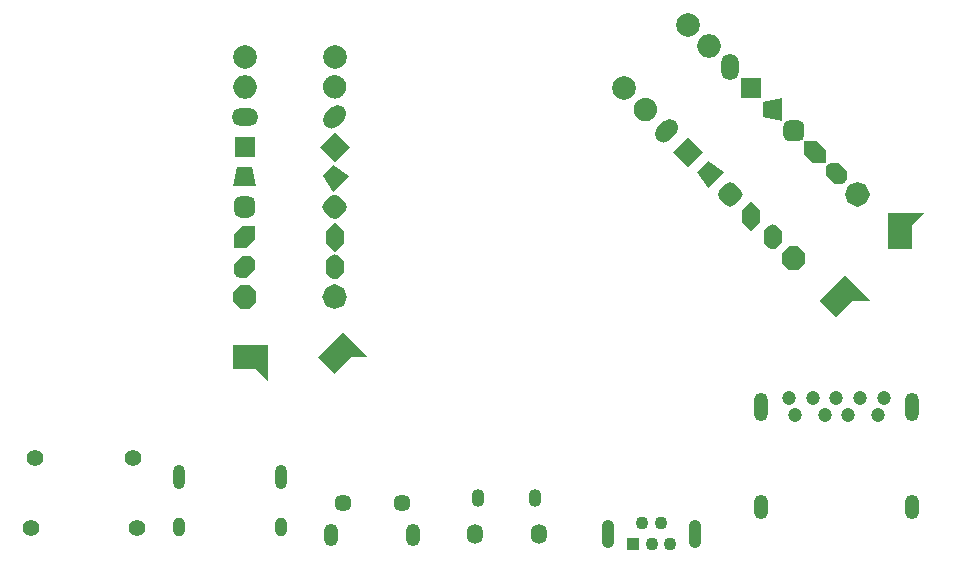
<source format=gbr>
%TF.GenerationSoftware,KiCad,Pcbnew,5.99.0-unknown-9424d66d22~106~ubuntu18.04.1*%
%TF.CreationDate,2021-01-09T19:59:22+08:00*%
%TF.ProjectId,Flashpads,466c6173-6870-4616-9473-2e6b69636164,rev?*%
%TF.SameCoordinates,Original*%
%TF.FileFunction,Copper,L2,Bot*%
%TF.FilePolarity,Positive*%
%FSLAX46Y46*%
G04 Gerber Fmt 4.6, Leading zero omitted, Abs format (unit mm)*
G04 Created by KiCad (PCBNEW 5.99.0-unknown-9424d66d22~106~ubuntu18.04.1) date 2021-01-09 19:59:22*
%MOMM*%
%LPD*%
G01*
G04 APERTURE LIST*
%TA.AperFunction,ComponentPad*%
%ADD10O,1.350000X1.700000*%
%TD*%
%TA.AperFunction,ComponentPad*%
%ADD11O,1.100000X1.500000*%
%TD*%
%TA.AperFunction,ComponentPad*%
%ADD12C,1.400000*%
%TD*%
%TA.AperFunction,ComponentPad*%
%ADD13O,1.100000X2.400000*%
%TD*%
%TA.AperFunction,ComponentPad*%
%ADD14C,1.100000*%
%TD*%
%TA.AperFunction,ComponentPad*%
%ADD15R,1.100000X1.100000*%
%TD*%
%TA.AperFunction,ComponentPad*%
%ADD16O,1.200000X2.100000*%
%TD*%
%TA.AperFunction,ComponentPad*%
%ADD17O,1.200000X2.400000*%
%TD*%
%TA.AperFunction,ComponentPad*%
%ADD18C,1.200000*%
%TD*%
%TA.AperFunction,ComponentPad*%
%ADD19O,1.000000X2.100000*%
%TD*%
%TA.AperFunction,ComponentPad*%
%ADD20O,1.000000X1.600000*%
%TD*%
%TA.AperFunction,ComponentPad*%
%ADD21O,1.200000X1.900000*%
%TD*%
%TA.AperFunction,ComponentPad*%
%ADD22C,1.450000*%
%TD*%
%TA.AperFunction,ComponentPad*%
%ADD23C,2.000000*%
%TD*%
%TA.AperFunction,ComponentPad*%
%ADD24R,1.800000X1.800000*%
%TD*%
%TA.AperFunction,ComponentPad*%
%ADD25O,1.500000X2.250000*%
%TD*%
%TA.AperFunction,ComponentPad*%
%ADD26O,2.000000X2.000000*%
%TD*%
%TA.AperFunction,ComponentPad*%
%ADD27O,2.250000X1.500000*%
%TD*%
G04 APERTURE END LIST*
D10*
%TO.P,REF\u002A\u002A,6*%
%TO.N,N/C*%
X65189000Y-66647000D03*
X59729000Y-66647000D03*
D11*
X64879000Y-63647000D03*
X60039000Y-63647000D03*
%TD*%
D12*
%TO.P,REF\u002A\u002A,S1*%
%TO.N,N/C*%
X22180000Y-66213000D03*
X31160000Y-66213000D03*
X30800000Y-60263000D03*
X22540000Y-60263000D03*
%TD*%
D13*
%TO.P,REF\u002A\u002A,6*%
%TO.N,N/C*%
X78364000Y-66661000D03*
X71064000Y-66661000D03*
D14*
%TO.P,REF\u002A\u002A,5*%
X76314000Y-67536000D03*
%TO.P,REF\u002A\u002A,4*%
X75514000Y-65786000D03*
%TO.P,REF\u002A\u002A,3*%
X74714000Y-67536000D03*
%TO.P,REF\u002A\u002A,2*%
X73914000Y-65786000D03*
D15*
%TO.P,REF\u002A\u002A,1*%
X73114000Y-67536000D03*
%TD*%
D16*
%TO.P,REF\u002A\u002A,10*%
%TO.N,N/C*%
X83968000Y-64392000D03*
X96768000Y-64392000D03*
D17*
X83968000Y-55892000D03*
X96768000Y-55892000D03*
D18*
%TO.P,REF\u002A\u002A,9*%
X86368000Y-55142000D03*
%TO.P,REF\u002A\u002A,8*%
X88368000Y-55142000D03*
%TO.P,REF\u002A\u002A,7*%
X90368000Y-55142000D03*
%TO.P,REF\u002A\u002A,6*%
X92368000Y-55142000D03*
%TO.P,REF\u002A\u002A,5*%
X94368000Y-55142000D03*
%TO.P,REF\u002A\u002A,4*%
X93868000Y-56642000D03*
%TO.P,REF\u002A\u002A,3*%
X91368000Y-56642000D03*
%TO.P,REF\u002A\u002A,2*%
X89368000Y-56642000D03*
%TO.P,REF\u002A\u002A,1*%
X86868000Y-56642000D03*
%TD*%
D19*
%TO.P,REF\u002A\u002A,S1*%
%TO.N,N/C*%
X43309000Y-61894000D03*
X34669000Y-61894000D03*
D20*
X34669000Y-66074000D03*
X43309000Y-66074000D03*
%TD*%
D21*
%TO.P,REF\u002A\u002A,6*%
%TO.N,N/C*%
X54554000Y-66769500D03*
X47554000Y-66769500D03*
D22*
X53554000Y-64069500D03*
X48554000Y-64069500D03*
%TD*%
D23*
%TO.P,U2,1*%
%TO.N,N/C*%
X72390000Y-28956000D03*
%TO.P,U2,2*%
%TA.AperFunction,ComponentPad*%
G36*
G01*
X73478944Y-31459158D02*
X73478944Y-31459158D01*
G75*
G02*
X73478944Y-30044944I707107J707107D01*
G01*
X73478944Y-30044944D01*
G75*
G02*
X74893158Y-30044944I707107J-707107D01*
G01*
X74893158Y-30044944D01*
G75*
G02*
X74893158Y-31459158I-707107J-707107D01*
G01*
X74893158Y-31459158D01*
G75*
G02*
X73478944Y-31459158I-707107J707107D01*
G01*
G37*
%TD.AperFunction*%
%TO.P,U2,3*%
%TA.AperFunction,ComponentPad*%
G36*
G01*
X75186607Y-33343597D02*
X75186607Y-33343597D01*
G75*
G02*
X75186607Y-32282937I530330J530330D01*
G01*
X75716937Y-31752607D01*
G75*
G02*
X76777597Y-31752607I530330J-530330D01*
G01*
X76777597Y-31752607D01*
G75*
G02*
X76777597Y-32813267I-530330J-530330D01*
G01*
X76247267Y-33343597D01*
G75*
G02*
X75186607Y-33343597I-530330J530330D01*
G01*
G37*
%TD.AperFunction*%
%TA.AperFunction,ComponentPad*%
%TO.P,U2,4*%
G36*
X77778154Y-35616946D02*
G01*
X76505362Y-34344154D01*
X77778154Y-33071362D01*
X79050946Y-34344154D01*
X77778154Y-35616946D01*
G37*
%TD.AperFunction*%
%TA.AperFunction,ComponentPad*%
%TO.P,U2,5*%
G36*
X79468139Y-37377642D02*
G01*
X80811642Y-36034139D01*
X79468139Y-35114900D01*
X78548900Y-36034139D01*
X79468139Y-37377642D01*
G37*
%TD.AperFunction*%
%TO.P,U2,6*%
%TA.AperFunction,ComponentPad*%
G36*
G01*
X80988418Y-38827211D02*
X80479301Y-38318094D01*
G75*
G02*
X80479301Y-37554418I381838J381838D01*
G01*
X80988418Y-37045301D01*
G75*
G02*
X81752094Y-37045301I381838J-381838D01*
G01*
X82261211Y-37554418D01*
G75*
G02*
X82261211Y-38318094I-381838J-381838D01*
G01*
X81752094Y-38827211D01*
G75*
G02*
X80988418Y-38827211I-381838J381838D01*
G01*
G37*
%TD.AperFunction*%
%TA.AperFunction,ComponentPad*%
%TO.P,U2,7*%
G36*
X83929982Y-40241423D02*
G01*
X83166307Y-41005099D01*
X82402632Y-40241423D01*
X82402632Y-39223191D01*
X83166307Y-38459515D01*
X83929982Y-39223191D01*
X83929982Y-40241423D01*
G37*
%TD.AperFunction*%
%TA.AperFunction,ComponentPad*%
%TO.P,U2,8*%
G36*
X85726034Y-42037475D02*
G01*
X85344196Y-42419313D01*
X85256464Y-42490357D01*
X85123840Y-42552765D01*
X84979321Y-42577209D01*
X84833552Y-42561888D01*
X84697272Y-42507931D01*
X84580522Y-42419313D01*
X84198684Y-42037475D01*
X84198684Y-41019243D01*
X84580522Y-40637405D01*
X84668254Y-40566361D01*
X84800878Y-40503953D01*
X84945397Y-40479509D01*
X85091166Y-40494830D01*
X85227446Y-40548787D01*
X85344196Y-40637405D01*
X85726034Y-41019243D01*
X85726034Y-42037475D01*
G37*
%TD.AperFunction*%
%TA.AperFunction,ComponentPad*%
%TO.P,U2,9*%
G36*
X86375441Y-42340647D02*
G01*
X87141378Y-42340646D01*
X87141379Y-42340647D01*
X87183805Y-42358220D01*
X87724671Y-42899086D01*
X87737097Y-42929086D01*
X87742245Y-42941513D01*
X87742244Y-43707308D01*
X87724671Y-43749734D01*
X87183734Y-44290671D01*
X87183730Y-44290672D01*
X87183729Y-44290674D01*
X87165271Y-44298318D01*
X87141308Y-44308244D01*
X87141306Y-44308243D01*
X87141301Y-44308245D01*
X86375436Y-44308173D01*
X86357076Y-44300566D01*
X86333015Y-44290600D01*
X85792221Y-43749804D01*
X85792220Y-43749804D01*
X85774647Y-43707379D01*
X85774646Y-42941442D01*
X85781926Y-42923868D01*
X85792220Y-42899015D01*
X86333015Y-42358220D01*
X86375441Y-42340647D01*
G37*
%TD.AperFunction*%
%TA.AperFunction,ComponentPad*%
%TO.P,U2,10*%
G36*
X91416312Y-37173968D02*
G01*
X92123946Y-36880856D01*
X92123947Y-36880856D01*
X92169867Y-36880856D01*
X92876543Y-37173570D01*
X92899504Y-37196532D01*
X92909015Y-37206043D01*
X93202072Y-37913546D01*
X93202072Y-37959467D01*
X92909320Y-38666235D01*
X92909316Y-38666238D01*
X92909316Y-38666240D01*
X92895188Y-38680366D01*
X92876848Y-38698706D01*
X92876845Y-38698706D01*
X92876842Y-38698709D01*
X92169246Y-38991728D01*
X92149373Y-38991726D01*
X92123331Y-38991726D01*
X91416748Y-38699049D01*
X91416747Y-38699049D01*
X91384276Y-38666578D01*
X91091164Y-37958944D01*
X91091164Y-37939922D01*
X91091164Y-37913023D01*
X91383840Y-37206439D01*
X91416312Y-37173968D01*
G37*
%TD.AperFunction*%
%TA.AperFunction,ComponentPad*%
%TO.P,U2,11*%
G36*
X91250512Y-35960206D02*
G01*
X91250512Y-36500205D01*
X91238712Y-36612477D01*
X91189062Y-36750385D01*
X91104155Y-36869860D01*
X90990247Y-36962102D01*
X90855728Y-37020313D01*
X90710511Y-37040205D01*
X90170512Y-37040205D01*
X89450512Y-36320204D01*
X89450512Y-35780205D01*
X89462312Y-35667933D01*
X89511962Y-35530025D01*
X89596869Y-35410550D01*
X89710777Y-35318308D01*
X89845296Y-35260097D01*
X89990513Y-35240205D01*
X90530512Y-35240205D01*
X91250512Y-35960206D01*
G37*
%TD.AperFunction*%
%TA.AperFunction,ComponentPad*%
%TO.P,U2,12*%
G36*
X89454461Y-34164155D02*
G01*
X89454461Y-35244154D01*
X88374461Y-35244154D01*
X87654461Y-34524153D01*
X87654461Y-33444154D01*
X88734461Y-33444154D01*
X89454461Y-34164155D01*
G37*
%TD.AperFunction*%
%TO.P,U2,13*%
%TA.AperFunction,ComponentPad*%
G36*
G01*
X87118410Y-33448102D02*
X86398410Y-33448102D01*
G75*
G02*
X85858410Y-32908102I0J540000D01*
G01*
X85858410Y-32188102D01*
G75*
G02*
X86398410Y-31648102I540000J0D01*
G01*
X87118410Y-31648102D01*
G75*
G02*
X87658410Y-32188102I0J-540000D01*
G01*
X87658410Y-32908102D01*
G75*
G02*
X87118410Y-33448102I-540000J0D01*
G01*
G37*
%TD.AperFunction*%
%TA.AperFunction,ComponentPad*%
%TO.P,U2,14*%
G36*
X85762359Y-31702051D02*
G01*
X85762359Y-29802051D01*
X84162359Y-30102051D01*
X84162359Y-31402051D01*
X85762359Y-31702051D01*
G37*
%TD.AperFunction*%
D24*
%TO.P,U2,15*%
X83166307Y-28956000D03*
D25*
%TO.P,U2,16*%
X81370256Y-27159949D03*
D26*
%TO.P,U2,17*%
X79574205Y-25363898D03*
D23*
%TO.P,U2,18*%
X77778154Y-23567846D03*
%TA.AperFunction,ComponentPad*%
%TO.P,U2,19*%
G36*
X93178939Y-46916512D02*
G01*
X91764725Y-46916512D01*
X90350512Y-48330725D01*
X88936299Y-46916512D01*
X91057618Y-44795192D01*
X93178939Y-46916512D01*
G37*
%TD.AperFunction*%
%TA.AperFunction,ComponentPad*%
%TO.P,U2,20*%
G36*
X97738666Y-39528360D02*
G01*
X96738666Y-40528360D01*
X96738665Y-42528359D01*
X94738666Y-42528358D01*
X94738667Y-39528359D01*
X97738666Y-39528360D01*
G37*
%TD.AperFunction*%
%TD*%
%TA.AperFunction,ComponentPad*%
%TO.P,U1,20*%
%TO.N,N/C*%
G36*
X50707427Y-51689000D02*
G01*
X49293213Y-51689000D01*
X47879000Y-53103213D01*
X46464787Y-51689000D01*
X48586106Y-49567680D01*
X50707427Y-51689000D01*
G37*
%TD.AperFunction*%
%TA.AperFunction,ComponentPad*%
%TO.P,U1,19*%
G36*
X42259000Y-53689000D02*
G01*
X41259000Y-52689000D01*
X39259000Y-52689000D01*
X39259000Y-50689000D01*
X42259000Y-50689000D01*
X42259000Y-53689000D01*
G37*
%TD.AperFunction*%
%TO.P,U1,18*%
X47879000Y-26289000D03*
%TO.P,U1,17*%
%TA.AperFunction,ComponentPad*%
G36*
G01*
X47171893Y-29536107D02*
X47171893Y-29536107D01*
G75*
G02*
X47171893Y-28121893I707107J707107D01*
G01*
X47171893Y-28121893D01*
G75*
G02*
X48586107Y-28121893I707107J-707107D01*
G01*
X48586107Y-28121893D01*
G75*
G02*
X48586107Y-29536107I-707107J-707107D01*
G01*
X48586107Y-29536107D01*
G75*
G02*
X47171893Y-29536107I-707107J707107D01*
G01*
G37*
%TD.AperFunction*%
%TO.P,U1,16*%
%TA.AperFunction,ComponentPad*%
G36*
G01*
X47083505Y-32164495D02*
X47083505Y-32164495D01*
G75*
G02*
X47083505Y-31103835I530330J530330D01*
G01*
X47613835Y-30573505D01*
G75*
G02*
X48674495Y-30573505I530330J-530330D01*
G01*
X48674495Y-30573505D01*
G75*
G02*
X48674495Y-31634165I-530330J-530330D01*
G01*
X48144165Y-32164495D01*
G75*
G02*
X47083505Y-32164495I-530330J530330D01*
G01*
G37*
%TD.AperFunction*%
%TA.AperFunction,ComponentPad*%
%TO.P,U1,15*%
G36*
X47879000Y-35181792D02*
G01*
X46606208Y-33909000D01*
X47879000Y-32636208D01*
X49151792Y-33909000D01*
X47879000Y-35181792D01*
G37*
%TD.AperFunction*%
%TA.AperFunction,ComponentPad*%
%TO.P,U1,14*%
G36*
X47772934Y-37686437D02*
G01*
X49116437Y-36342934D01*
X47772934Y-35423695D01*
X46853695Y-36342934D01*
X47772934Y-37686437D01*
G37*
%TD.AperFunction*%
%TO.P,U1,13*%
%TA.AperFunction,ComponentPad*%
G36*
G01*
X47497162Y-39879955D02*
X46988045Y-39370838D01*
G75*
G02*
X46988045Y-38607162I381838J381838D01*
G01*
X47497162Y-38098045D01*
G75*
G02*
X48260838Y-38098045I381838J-381838D01*
G01*
X48769955Y-38607162D01*
G75*
G02*
X48769955Y-39370838I-381838J-381838D01*
G01*
X48260838Y-39879955D01*
G75*
G02*
X47497162Y-39879955I-381838J381838D01*
G01*
G37*
%TD.AperFunction*%
%TA.AperFunction,ComponentPad*%
%TO.P,U1,12*%
G36*
X48642675Y-42038116D02*
G01*
X47879000Y-42801792D01*
X47115325Y-42038116D01*
X47115325Y-41019884D01*
X47879000Y-40256208D01*
X48642675Y-41019884D01*
X48642675Y-42038116D01*
G37*
%TD.AperFunction*%
%TA.AperFunction,ComponentPad*%
%TO.P,U1,11*%
G36*
X48642675Y-44578116D02*
G01*
X48260837Y-44959954D01*
X48173105Y-45030998D01*
X48040481Y-45093406D01*
X47895962Y-45117850D01*
X47750193Y-45102529D01*
X47613913Y-45048572D01*
X47497163Y-44959954D01*
X47115325Y-44578116D01*
X47115325Y-43559884D01*
X47497163Y-43178046D01*
X47584895Y-43107002D01*
X47717519Y-43044594D01*
X47862038Y-43020150D01*
X48007807Y-43035471D01*
X48144087Y-43089428D01*
X48260837Y-43178046D01*
X48642675Y-43559884D01*
X48642675Y-44578116D01*
G37*
%TD.AperFunction*%
%TA.AperFunction,ComponentPad*%
%TO.P,U1,10*%
G36*
X47901652Y-45553615D02*
G01*
X48609286Y-45846726D01*
X48609287Y-45846727D01*
X48641759Y-45879198D01*
X48934473Y-46585874D01*
X48934473Y-46618345D01*
X48934473Y-46631796D01*
X48641415Y-47339299D01*
X48608944Y-47371771D01*
X47902176Y-47664523D01*
X47902172Y-47664523D01*
X47902170Y-47664525D01*
X47882192Y-47664523D01*
X47856255Y-47664523D01*
X47856254Y-47664521D01*
X47856249Y-47664521D01*
X47148708Y-47371371D01*
X47134657Y-47357317D01*
X47116241Y-47338902D01*
X46823566Y-46632318D01*
X46823565Y-46632317D01*
X46823565Y-46586398D01*
X47116676Y-45878764D01*
X47130127Y-45865313D01*
X47149148Y-45846291D01*
X47855732Y-45553615D01*
X47901652Y-45553615D01*
G37*
%TD.AperFunction*%
%TA.AperFunction,ComponentPad*%
%TO.P,U1,9*%
G36*
X40683826Y-45642574D02*
G01*
X41225426Y-46184173D01*
X41225426Y-46184174D01*
X41243000Y-46226600D01*
X41243000Y-46991500D01*
X41230573Y-47021500D01*
X41225426Y-47033927D01*
X40683926Y-47575426D01*
X40641500Y-47593000D01*
X39876500Y-47593000D01*
X39876496Y-47592998D01*
X39876494Y-47592999D01*
X39858037Y-47585352D01*
X39834074Y-47575426D01*
X39834073Y-47575424D01*
X39834069Y-47575422D01*
X39292570Y-47033822D01*
X39284967Y-47015461D01*
X39275000Y-46991400D01*
X39275001Y-46226600D01*
X39275001Y-46226599D01*
X39292574Y-46184174D01*
X39834173Y-45642574D01*
X39851747Y-45635295D01*
X39876600Y-45625000D01*
X40641400Y-45625000D01*
X40683826Y-45642574D01*
G37*
%TD.AperFunction*%
%TA.AperFunction,ComponentPad*%
%TO.P,U1,8*%
G36*
X40439000Y-44969000D02*
G01*
X39899000Y-44969000D01*
X39786728Y-44957200D01*
X39648820Y-44907550D01*
X39529345Y-44822643D01*
X39437103Y-44708735D01*
X39378892Y-44574217D01*
X39359000Y-44429000D01*
X39359000Y-43889000D01*
X40079000Y-43169000D01*
X40619000Y-43169000D01*
X40731272Y-43180800D01*
X40869180Y-43230450D01*
X40988655Y-43315357D01*
X41080897Y-43429265D01*
X41139108Y-43563783D01*
X41159000Y-43709000D01*
X41159000Y-44249000D01*
X40439000Y-44969000D01*
G37*
%TD.AperFunction*%
%TA.AperFunction,ComponentPad*%
%TO.P,U1,7*%
G36*
X40439000Y-42429000D02*
G01*
X39359000Y-42429000D01*
X39359000Y-41349000D01*
X40079000Y-40629000D01*
X41159000Y-40629000D01*
X41159000Y-41709000D01*
X40439000Y-42429000D01*
G37*
%TD.AperFunction*%
%TO.P,U1,6*%
%TA.AperFunction,ComponentPad*%
G36*
G01*
X39359000Y-39349000D02*
X39359000Y-38629000D01*
G75*
G02*
X39899000Y-38089000I540000J0D01*
G01*
X40619000Y-38089000D01*
G75*
G02*
X41159000Y-38629000I0J-540000D01*
G01*
X41159000Y-39349000D01*
G75*
G02*
X40619000Y-39889000I-540000J0D01*
G01*
X39899000Y-39889000D01*
G75*
G02*
X39359000Y-39349000I0J540000D01*
G01*
G37*
%TD.AperFunction*%
%TA.AperFunction,ComponentPad*%
%TO.P,U1,5*%
G36*
X39309000Y-37249000D02*
G01*
X41209000Y-37249000D01*
X40909000Y-35649000D01*
X39609000Y-35649000D01*
X39309000Y-37249000D01*
G37*
%TD.AperFunction*%
D24*
%TO.P,U1,4*%
X40259000Y-33909000D03*
D27*
%TO.P,U1,3*%
X40259000Y-31369000D03*
D26*
%TO.P,U1,2*%
X40259000Y-28829000D03*
D23*
%TO.P,U1,1*%
X40259000Y-26289000D03*
%TD*%
M02*

</source>
